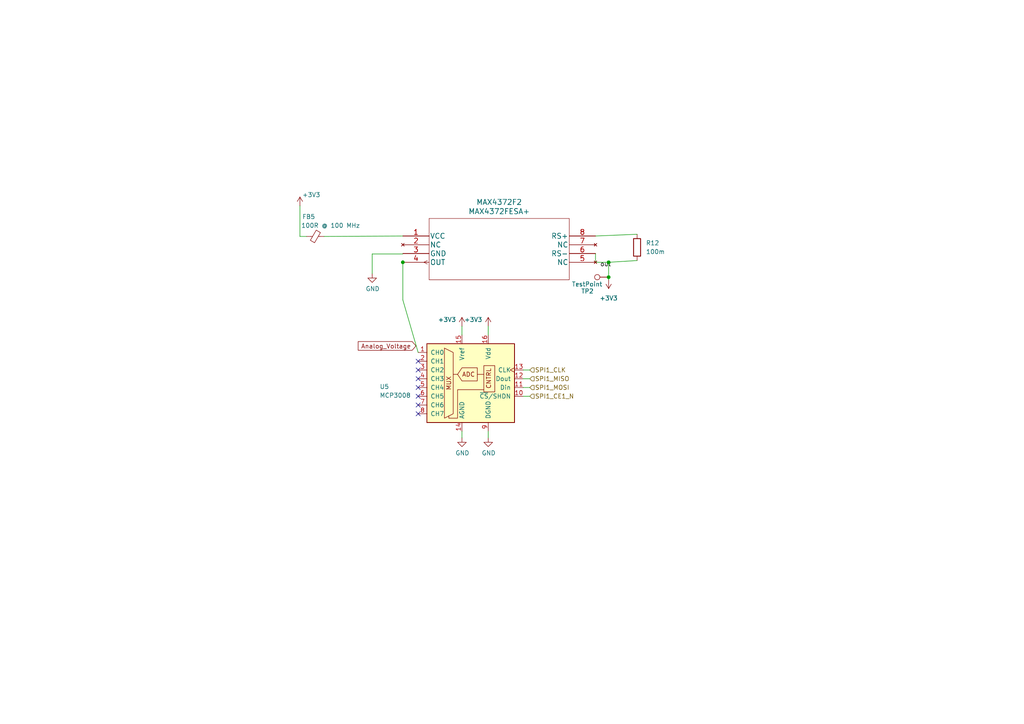
<source format=kicad_sch>
(kicad_sch (version 20211123) (generator eeschema)
  (paper "A4")
  (lib_symbols
    (symbol "Analog_ADC:MCP3008" (pin_names (offset 1.016))
      (property "Reference" "U" (at -5.08 13.335 0))
      (property "Value" "MCP3008" (at -5.08 11.43 0))
      (symbol "MCP3008_0_0"
        (text "ADC" (at -0.635 1.27 0) (effects (font (size 1.27 1.27))))
        (text "CNTRL" (at 5.969 -2.921 900) (effects (font (size 1.27 1.27)) (justify left bottom)))
        (text "MUX" (at -6.35 -1.27 900) (effects (font (size 1.27 1.27))))
      )
      (symbol "MCP3008_0_1"
        (polyline (pts (xy -3.81 1.27) (xy -5.08 1.27)))
        (polyline (pts (xy 1.905 1.27) (xy 3.81 1.27)))
        (polyline (pts (xy -7.62 8.89) (xy -7.62 -11.43) (xy -5.08 -10.16) (xy -5.08 7.62) (xy -7.62 8.89)))
        (polyline (pts (xy 3.81 -3.175) (xy -3.81 -3.175) (xy -3.81 -11.43) (xy -6.35 -11.43) (xy -6.35 -10.795)))
        (polyline (pts (xy 1.905 3.175) (xy 1.905 -0.635) (xy -2.54 -0.635) (xy -3.81 1.27) (xy -2.54 3.175) (xy 1.905 3.175)))
        (rectangle (start 3.81 -3.81) (end 6.985 3.81))
        (rectangle (start 12.7 -12.7) (end -12.7 10.16) (stroke (width 0.254)) (fill (type background)))
      )
      (symbol "MCP3008_1_1"
        (pin input line (at -15.24 7.62 0) (length 2.54) (name "CH0") (number "1"))
        (pin input line (at 15.24 -5.08 180) (length 2.54) (name "~{CS}/SHDN") (number "10"))
        (pin input line (at 15.24 -2.54 180) (length 2.54) (name "Din") (number "11"))
        (pin output line (at 15.24 0 180) (length 2.54) (name "Dout") (number "12"))
        (pin input clock (at 15.24 2.54 180) (length 2.54) (name "CLK") (number "13"))
        (pin power_in line (at -2.54 -15.24 90) (length 2.54) (name "AGND") (number "14"))
        (pin power_in line (at -2.54 12.7 270) (length 2.54) (name "Vref") (number "15"))
        (pin power_in line (at 5.08 12.7 270) (length 2.54) (name "Vdd") (number "16"))
        (pin input line (at -15.24 5.08 0) (length 2.54) (name "CH1") (number "2"))
        (pin input line (at -15.24 2.54 0) (length 2.54) (name "CH2") (number "3"))
        (pin input line (at -15.24 0 0) (length 2.54) (name "CH3") (number "4"))
        (pin input line (at -15.24 -2.54 0) (length 2.54) (name "CH4") (number "5"))
        (pin input line (at -15.24 -5.08 0) (length 2.54) (name "CH5") (number "6"))
        (pin input line (at -15.24 -7.62 0) (length 2.54) (name "CH6") (number "7"))
        (pin input line (at -15.24 -10.16 0) (length 2.54) (name "CH7") (number "8"))
        (pin power_in line (at 5.08 -15.24 90) (length 2.54) (name "DGND") (number "9"))
      )
    )
    (symbol "Connector:TestPoint" (pin_numbers hide) (pin_names (offset 0.762) hide)
      (property "Reference" "TP" (at 0 6.858 0))
      (property "Value" "TestPoint" (at 0 5.08 0))
      (symbol "TestPoint_0_1"
        (circle (center 0 3.302) (radius 0.762))
      )
      (symbol "TestPoint_1_1"
        (pin passive line (at 0 0 90) (length 2.54) (name "1") (number "1"))
      )
    )
    (symbol "Device:FerriteBead_Small" (pin_numbers hide) (pin_names (offset 0))
      (property "Reference" "FB" (at 1.905 1.27 0))
      (property "Value" "FerriteBead_Small" (at 1.905 -1.27 0))
      (symbol "FerriteBead_Small_0_1"
        (polyline (pts (xy 0 -1.27) (xy 0 -0.7874)))
        (polyline (pts (xy 0 0.889) (xy 0 1.2954)))
        (polyline (pts (xy -1.8288 0.2794) (xy -1.1176 1.4986) (xy 1.8288 -0.2032) (xy 1.1176 -1.4224) (xy -1.8288 0.2794)))
      )
      (symbol "FerriteBead_Small_1_1"
        (pin passive line (at 0 2.54 270) (length 1.27) (name "~") (number "1"))
        (pin passive line (at 0 -2.54 90) (length 1.27) (name "~") (number "2"))
      )
    )
    (symbol "Device:R" (pin_numbers hide) (pin_names (offset 0))
      (property "Reference" "R" (at 2.032 0 90))
      (property "Value" "R" (at 0 0 90))
      (symbol "R_0_1"
        (rectangle (start -1.016 -2.54) (end 1.016 2.54) (stroke (width 0.254)))
      )
      (symbol "R_1_1"
        (pin passive line (at 0 3.81 270) (length 1.27) (name "~") (number "1"))
        (pin passive line (at 0 -3.81 90) (length 1.27) (name "~") (number "2"))
      )
    )
    (symbol "Imported_OBC_Library:+3.3V" (power) (pin_names (offset 0))
      (property "Value" "+3.3V" (at 0 3.556 0))
      (symbol "+3.3V_0_1"
        (polyline (pts (xy -0.762 1.27) (xy 0 2.54)))
        (polyline (pts (xy 0 0) (xy 0 2.54)))
        (polyline (pts (xy 0 2.54) (xy 0.762 1.27)))
      )
      (symbol "+3.3V_1_1"
        (pin power_in line (at 0 0 90) (length 0) hide (name "+3V3") (number "1"))
      )
    )
    (symbol "STM32_Breakout-rescue:MAX4372FESA+-MAX4372FESA+" (pin_names (offset 0.254))
      (property "Reference" "U" (at 27.94 10.16 0))
      (property "Value" "MAX4372FESA+-MAX4372FESA+" (at 27.94 7.62 0))
      (symbol "MAX4372FESA+-MAX4372FESA+_1_1"
        (polyline (pts (xy 7.112 -8.128) (xy 6.0452 -7.62)) (stroke (width 0.127)))
        (polyline (pts (xy 7.112 -7.112) (xy 6.0452 -7.62)) (stroke (width 0.127)))
        (polyline (pts (xy 7.62 -12.7) (xy 48.26 -12.7)) (stroke (width 0.127)))
        (polyline (pts (xy 7.62 5.08) (xy 7.62 -12.7)) (stroke (width 0.127)))
        (polyline (pts (xy 48.26 -12.7) (xy 48.26 5.08)) (stroke (width 0.127)))
        (polyline (pts (xy 48.26 5.08) (xy 7.62 5.08)) (stroke (width 0.127)))
        (pin power_in line (at 0 0 0) (length 7.62) (name "VCC") (number "1"))
        (pin no_connect line (at 0 -2.54 0) (length 7.62) (name "NC") (number "2"))
        (pin power_in line (at 0 -5.08 0) (length 7.62) (name "GND") (number "3"))
        (pin output line (at 0 -7.62 0) (length 7.62) (name "OUT") (number "4"))
        (pin no_connect line (at 55.88 -7.62 180) (length 7.62) (name "NC") (number "5"))
        (pin unspecified line (at 55.88 -5.08 180) (length 7.62) (name "RS-") (number "6"))
        (pin no_connect line (at 55.88 -2.54 180) (length 7.62) (name "NC") (number "7"))
        (pin unspecified line (at 55.88 0 180) (length 7.62) (name "RS+") (number "8"))
      )
    )
    (symbol "power:GND" (power) (pin_names (offset 0))
      (property "Value" "GND" (at 0 -3.81 0))
      (symbol "GND_0_1"
        (polyline (pts (xy 0 0) (xy 0 -1.27) (xy 1.27 -1.27) (xy 0 -2.54) (xy -1.27 -1.27) (xy 0 -1.27)))
      )
      (symbol "GND_1_1"
        (pin power_in line (at 0 0 270) (length 0) hide (name "GND") (number "1"))
      )
    )
  )
  (junction (at 116.84 76.073))
  (junction (at 176.53 76.073))
  (junction (at 176.53 80.391))
  (no_connect (at 121.285 104.775))
  (no_connect (at 121.285 107.315))
  (no_connect (at 121.285 112.395))
  (no_connect (at 121.285 109.855))
  (no_connect (at 121.285 114.935))
  (no_connect (at 121.285 117.475))
  (no_connect (at 121.285 120.015))
  (wire (pts (xy 133.985 125.095) (xy 133.985 127)))
  (wire (pts (xy 151.765 109.855) (xy 153.67 109.855)))
  (wire (pts (xy 133.985 97.155) (xy 133.985 94.615)))
  (wire (pts (xy 86.995 68.58) (xy 88.9 68.58)))
  (wire (pts (xy 141.605 125.095) (xy 141.605 127)))
  (wire (pts (xy 93.98 68.58) (xy 116.84 68.453)))
  (wire (pts (xy 116.84 76.073) (xy 116.84 86.995)))
  (wire (pts (xy 176.53 80.391) (xy 176.53 81.153)))
  (wire (pts (xy 172.72 76.073) (xy 176.53 76.073)))
  (wire (pts (xy 151.765 112.395) (xy 153.67 112.395)))
  (wire (pts (xy 172.72 68.453) (xy 184.785 67.945)))
  (wire (pts (xy 176.53 76.073) (xy 176.53 80.391)))
  (wire (pts (xy 116.84 86.995) (xy 121.285 102.235)))
  (wire (pts (xy 151.765 114.935) (xy 153.67 114.935)))
  (wire (pts (xy 176.53 76.073) (xy 184.785 75.565)))
  (wire (pts (xy 107.95 73.66) (xy 107.95 79.375)))
  (wire (pts (xy 151.765 107.315) (xy 153.67 107.315)))
  (wire (pts (xy 172.72 73.533) (xy 172.72 76.073)))
  (wire (pts (xy 116.84 73.66) (xy 107.95 73.66)))
  (wire (pts (xy 116.84 75.565) (xy 116.84 76.073)))
  (wire (pts (xy 141.605 97.155) (xy 141.605 94.615)))
  (wire (pts (xy 86.995 68.58) (xy 86.995 59.69)))
  (label "out" (at 177.2608 77.6425 180))
  (global_label "Analog_Voltage" (shape input) (at 120.65 100.33 180) (property "Intersheet References" "${INTERSHEET_REFS}" (effects hide)))
  (hierarchical_label "SPI1_MISO" (shape input) (at 153.67 109.855 0))
  (hierarchical_label "SPI1_CE1_N" (shape input) (at 153.67 114.935 0))
  (hierarchical_label "SPI1_CLK" (shape input) (at 153.67 107.315 0))
  (hierarchical_label "SPI1_MOSI" (shape input) (at 153.67 112.395 0))
  (symbol (lib_id "STM32_Breakout-rescue:MAX4372FESA+-MAX4372FESA+") (at 116.84 68.453 0) (unit 1)
    (property "Reference" "MAX4372F2" (at 144.78 58.6232 0) (effects (font (size 1.524 1.524))))
    (property "Value" "MAX4372FESA+" (at 144.78 61.3156 0) (effects (font (size 1.524 1.524))))
    (property "Footprint" "Daughterboard_footprints:Maxim-MAX4372FESA+-Level_A" (effects hide))
  )
  (symbol (lib_id "Imported_OBC_Library:+3.3V") (at 176.53 81.153 0) (mirror x) (unit 1)
    (property "Reference" "#PWR0139" (effects hide))
    (property "Value" "+3.3V" (at 176.53 86.487 0))
  )
  (symbol (lib_id "Device:R") (at 184.785 71.755 0) (unit 1)
    (property "Reference" "R12" (at 187.325 70.4849 0) (effects (justify left)))
    (property "Value" "100m" (at 187.325 73.0249 0) (effects (justify left)))
    (property "Footprint" "Resistor_SMD:R_0201_0603Metric" (effects hide))
  )
  (symbol (lib_id "power:GND") (at 141.605 127 0) (unit 1)
    (property "Reference" "#PWR0128" (effects hide))
    (property "Value" "GND" (at 141.732 131.3942 0))
  )
  (symbol (lib_id "Connector:TestPoint") (at 176.53 80.391 90) (unit 1)
    (property "Reference" "TP2" (at 172.212 84.455 90) (effects (justify left)))
    (property "Value" "TestPoint" (at 174.752 82.423 90) (effects (justify left)))
    (property "Footprint" "TestPoint:TestPoint_2Pads_Pitch2.54mm_Drill0.8mm" (effects hide))
  )
  (symbol (lib_id "Device:FerriteBead_Small") (at 91.44 68.58 270) (unit 1)
    (property "Reference" "FB5" (at 89.535 62.865 90))
    (property "Value" "100R @ 100 MHz" (at 95.885 65.405 90))
    (property "Footprint" "Daughterboard_footprints:BEADC1608X75N" (effects hide))
  )
  (symbol (lib_id "Imported_OBC_Library:+3.3V") (at 133.985 94.615 0) (unit 1)
    (property "Reference" "#PWR0132" (effects hide))
    (property "Value" "+3.3V" (at 127 92.71 0) (effects (justify left)))
  )
  (symbol (lib_id "power:GND") (at 133.985 127 0) (unit 1)
    (property "Reference" "#PWR0127" (effects hide))
    (property "Value" "GND" (at 134.112 131.3942 0))
  )
  (symbol (lib_id "Analog_ADC:MCP3008") (at 136.525 109.855 0) (unit 1)
    (property "Reference" "U5" (at 110.109 112.141 0) (effects (justify left)))
    (property "Value" "MCP3008" (at 110.109 114.681 0) (effects (justify left)))
    (property "Footprint" "Daughterboard_footprints:Microchip-MCP3008-I_P-Manufacturer_Recommended" (effects hide))
    (property "Datasheet" "http://ww1.microchip.com/downloads/en/DeviceDoc/21295d.pdf" (effects hide))
  )
  (symbol (lib_id "power:GND") (at 107.95 79.375 0) (unit 1)
    (property "Reference" "#PWR0137" (effects hide))
    (property "Value" "GND" (at 108.077 83.7692 0))
  )
  (symbol (lib_id "Imported_OBC_Library:+3.3V") (at 86.995 59.69 0) (unit 1)
    (property "Reference" "#PWR0138" (effects hide))
    (property "Value" "+3.3V" (at 87.63 56.515 0) (effects (justify left)))
  )
  (symbol (lib_id "Imported_OBC_Library:+3.3V") (at 141.605 94.615 0) (unit 1)
    (property "Reference" "#PWR0136" (effects hide))
    (property "Value" "+3.3V" (at 134.62 92.71 0) (effects (justify left)))
  )
)
</source>
